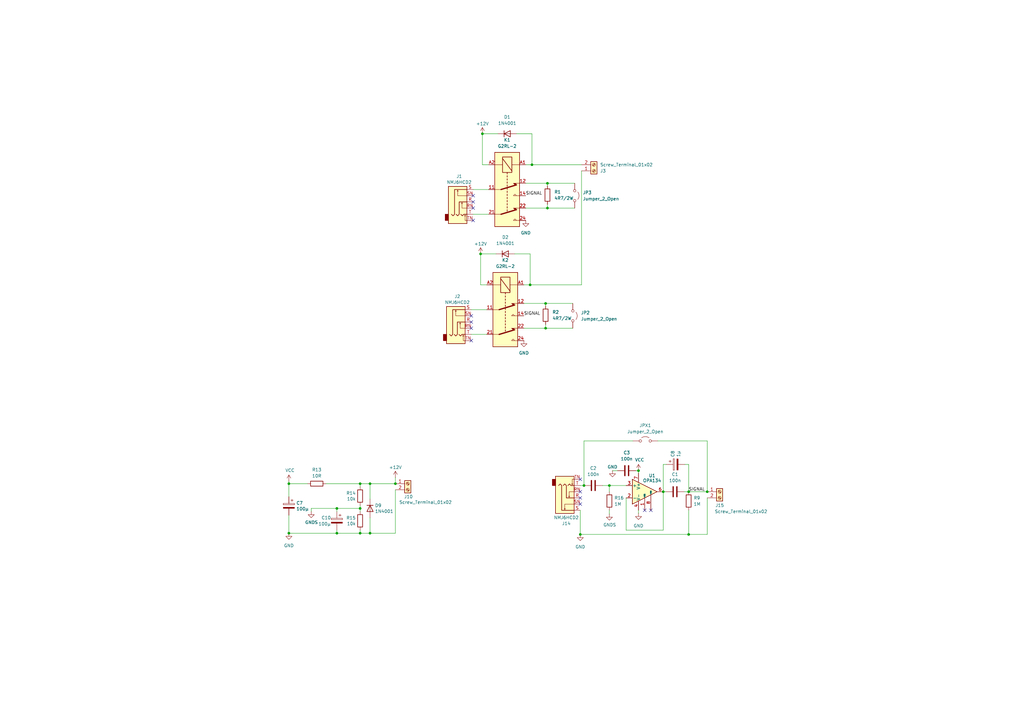
<source format=kicad_sch>
(kicad_sch (version 20250114) (generator "eeschema") (generator_version "9.0")
  (paper "A3")
  (title_block (title "Amp Switcher - 2-way Relay Array") (date "2025-03-12") (rev "1.0") (comment 3 "SPDX-FileCopyrightText: 2025 Arnaud Ferraris <aferraris@debian.org>") (comment 4 "SPDX-License-Identifier: CERN-OHL-S-2.0+"))
  (lib_symbols
    (symbol "Amplifier_Operational:OPA134" (pin_names (offset 0.127))
      (property "Reference" "U" (at 1.27 6.35 0))
      (property "Value" "OPA134" (at 1.27 3.81 0))
      (symbol "OPA134_0_1"
        (polyline (pts (xy -5.08 5.08) (xy 5.08 0) (xy -5.08 -5.08) (xy -5.08 5.08)) (stroke (width 0.254)) (fill (type background)))
      )
      (symbol "OPA134_1_1"
        (pin input line (at -7.62 2.54 0) (length 2.54) (name "+") (number "3"))
        (pin input line (at -7.62 -2.54 0) (length 2.54) (name "-") (number "2"))
        (pin power_in line (at -2.54 7.62 270) (length 3.81) (name "V+") (number "7"))
        (pin power_in line (at -2.54 -7.62 90) (length 3.81) (name "V-") (number "4"))
        (pin no_connect line (at 0 2.54 270) (length 2.54) (hide yes) (name "NC") (number "5"))
        (pin input line (at 0 -7.62 90) (length 5.08) (name "VOS") (number "1"))
        (pin input line (at 2.54 -7.62 90) (length 6.35) (name "VOS") (number "8"))
        (pin output line (at 7.62 0 180) (length 2.54) (name "~") (number "6"))
      )
    )
    (symbol "Connector:Screw_Terminal_01x02" (pin_names (offset 1.016) (hide yes))
      (property "Reference" "J" (at 0 2.54 0))
      (property "Value" "Screw_Terminal_01x02" (at 0 -5.08 0))
      (symbol "Screw_Terminal_01x02_1_1"
        (rectangle (start -1.27 1.27) (end 1.27 -3.81) (stroke (width 0.254)) (fill (type background)))
        (polyline (pts (xy -0.5334 0.3302) (xy 0.3302 -0.508)) (stroke (width 0.1524)))
        (polyline (pts (xy -0.5334 -2.2098) (xy 0.3302 -3.048)) (stroke (width 0.1524)))
        (polyline (pts (xy -0.3556 0.508) (xy 0.508 -0.3302)) (stroke (width 0.1524)))
        (polyline (pts (xy -0.3556 -2.032) (xy 0.508 -2.8702)) (stroke (width 0.1524)))
        (circle (center 0 0) (radius 0.635) (stroke (width 0.1524)))
        (circle (center 0 -2.54) (radius 0.635) (stroke (width 0.1524)))
        (pin passive line (at -5.08 0 0) (length 3.81) (name "Pin_1") (number "1"))
        (pin passive line (at -5.08 -2.54 0) (length 3.81) (name "Pin_2") (number "2"))
      )
    )
    (symbol "Connector_Audio:NMJ6HCD2"
      (property "Reference" "J" (at 0 11.43 0))
      (property "Value" "NMJ6HCD2" (at 0 8.89 0))
      (symbol "NMJ6HCD2_0_1"
        (rectangle (start -5.08 -5.08) (end -6.35 -7.62) (stroke (width 0.254)) (fill (type outline)))
        (polyline (pts (xy -1.905 -5.08) (xy -1.27 -5.715) (xy -0.635 -5.08) (xy -0.635 0) (xy 2.54 0)) (stroke (width 0.254)))
        (polyline (pts (xy -1.27 4.826) (xy -1.016 4.318)))
        (polyline (pts (xy 0 -5.08) (xy 0.635 -5.715) (xy 1.27 -5.08) (xy 2.54 -5.08)) (stroke (width 0.254)))
        (polyline (pts (xy 0.508 -0.254) (xy 0.762 -0.762)))
        (polyline (pts (xy 1.778 -5.334) (xy 2.032 -5.842)))
        (rectangle (start 2.54 6.35) (end -5.08 -8.89) (stroke (width 0.254)) (fill (type background)))
        (polyline (pts (xy 2.54 5.08) (xy -2.54 5.08) (xy -2.54 -5.08) (xy -3.175 -5.715) (xy -3.81 -5.08)) (stroke (width 0.254)))
        (polyline (pts (xy 2.54 2.54) (xy -1.27 2.54) (xy -1.27 4.826) (xy -1.524 4.318)))
        (polyline (pts (xy 2.54 -2.54) (xy 0.508 -2.54) (xy 0.508 -0.254) (xy 0.254 -0.762)))
        (polyline (pts (xy 2.54 -7.62) (xy 1.778 -7.62) (xy 1.778 -5.334) (xy 1.524 -5.842)))
      )
      (symbol "NMJ6HCD2_1_1"
        (pin passive line (at 5.08 5.08 180) (length 2.54) (name "~") (number "S"))
        (pin passive line (at 5.08 2.54 180) (length 2.54) (name "~") (number "SN"))
        (pin passive line (at 5.08 0 180) (length 2.54) (name "~") (number "R"))
        (pin passive line (at 5.08 -2.54 180) (length 2.54) (name "~") (number "RN"))
        (pin passive line (at 5.08 -5.08 180) (length 2.54) (name "~") (number "T"))
        (pin passive line (at 5.08 -7.62 180) (length 2.54) (name "~") (number "TN"))
      )
    )
    (symbol "Device:C" (pin_numbers (hide yes)) (pin_names (offset 0.254))
      (property "Reference" "C" (at 0.635 2.54 0))
      (property "Value" "C" (at 0.635 -2.54 0))
      (symbol "C_0_1"
        (polyline (pts (xy -2.032 0.762) (xy 2.032 0.762)) (stroke (width 0.508)))
        (polyline (pts (xy -2.032 -0.762) (xy 2.032 -0.762)) (stroke (width 0.508)))
      )
      (symbol "C_1_1"
        (pin passive line (at 0 3.81 270) (length 2.794) (name "~") (number "1"))
        (pin passive line (at 0 -3.81 90) (length 2.794) (name "~") (number "2"))
      )
    )
    (symbol "Device:CP" (pin_numbers (hide yes)) (pin_names (offset 0.254))
      (property "Reference" "C" (at 0.635 2.54 0))
      (property "Value" "Device_CP" (at 0.635 -2.54 0))
      (symbol "CP_0_1"
        (rectangle (start -2.286 0.508) (end -2.286 1.016))
        (rectangle (start -2.286 0.508) (end 2.286 0.508))
        (polyline (pts (xy -1.778 2.286) (xy -0.762 2.286)))
        (polyline (pts (xy -1.27 2.794) (xy -1.27 1.778)))
        (rectangle (start 2.286 1.016) (end -2.286 1.016))
        (rectangle (start 2.286 1.016) (end 2.286 0.508))
        (rectangle (start 2.286 -0.508) (end -2.286 -1.016) (fill (type outline)))
      )
      (symbol "CP_1_1"
        (pin passive line (at 0 3.81 270) (length 2.794) (name "~") (number "1"))
        (pin passive line (at 0 -3.81 90) (length 2.794) (name "~") (number "2"))
      )
    )
    (symbol "Device:D" (pin_numbers (hide yes)) (pin_names (offset 1.016) (hide yes))
      (property "Reference" "D" (at 0 2.54 0))
      (property "Value" "D" (at 0 -2.54 0))
      (symbol "D_0_1"
        (polyline (pts (xy -1.27 1.27) (xy -1.27 -1.27)) (stroke (width 0.254)))
        (polyline (pts (xy 1.27 1.27) (xy 1.27 -1.27) (xy -1.27 0) (xy 1.27 1.27)) (stroke (width 0.254)))
        (polyline (pts (xy 1.27 0) (xy -1.27 0)))
      )
      (symbol "D_1_1"
        (pin passive line (at -3.81 0 0) (length 2.54) (name "K") (number "1"))
        (pin passive line (at 3.81 0 180) (length 2.54) (name "A") (number "2"))
      )
    )
    (symbol "Device:R" (pin_numbers (hide yes)) (pin_names (offset 0))
      (property "Reference" "R" (at 2.032 0 90))
      (property "Value" "R" (at 0 0 90))
      (symbol "R_0_1"
        (rectangle (start -1.016 -2.54) (end 1.016 2.54) (stroke (width 0.254)))
      )
      (symbol "R_1_1"
        (pin passive line (at 0 3.81 270) (length 1.27) (name "~") (number "1"))
        (pin passive line (at 0 -3.81 90) (length 1.27) (name "~") (number "2"))
      )
    )
    (symbol "Jumper:Jumper_2_Open" (pin_numbers (hide yes)) (pin_names (offset 0) (hide yes)) (exclude_from_sim yes)
      (property "Reference" "JP" (at 0 2.794 0))
      (property "Value" "Jumper_2_Open" (at 0 -2.286 0))
      (symbol "Jumper_2_Open_0_0"
        (circle (center -2.032 0) (radius 0.508))
        (circle (center 2.032 0) (radius 0.508))
      )
      (symbol "Jumper_2_Open_0_1"
        (arc (start -1.524 1.27) (mid 0 1.778) (end 1.524 1.27))
      )
      (symbol "Jumper_2_Open_1_1"
        (pin passive line (at -5.08 0 0) (length 2.54) (name "A") (number "1"))
        (pin passive line (at 5.08 0 180) (length 2.54) (name "B") (number "2"))
      )
    )
    (symbol "Relay:G2RL-2"
      (property "Reference" "K" (at 16.51 3.81 0))
      (property "Value" "G2RL-2" (at 16.51 1.27 0))
      (symbol "G2RL-2_0_1"
        (rectangle (start -15.24 5.08) (end 15.24 -5.08) (stroke (width 0.254)) (fill (type background)))
        (rectangle (start -13.335 1.905) (end -6.985 -1.905) (stroke (width 0.254)))
        (polyline (pts (xy -12.7 -1.905) (xy -7.62 1.905)) (stroke (width 0.254)))
        (polyline (pts (xy -10.16 5.08) (xy -10.16 1.905)))
        (polyline (pts (xy -10.16 -5.08) (xy -10.16 -1.905)))
        (polyline (pts (xy -6.985 0) (xy -6.35 0)) (stroke (width 0.254)))
        (polyline (pts (xy -5.715 0) (xy -5.08 0)) (stroke (width 0.254)))
        (polyline (pts (xy -4.445 0) (xy -3.81 0)) (stroke (width 0.254)))
        (polyline (pts (xy -3.175 0) (xy -2.54 0)) (stroke (width 0.254)))
        (polyline (pts (xy -2.54 5.08) (xy -2.54 2.54) (xy -1.905 3.175) (xy -2.54 3.81)) (fill (type outline)))
        (polyline (pts (xy -1.905 0) (xy -1.27 0)) (stroke (width 0.254)))
        (polyline (pts (xy -0.635 0) (xy 0 0)) (stroke (width 0.254)))
        (polyline (pts (xy 0 -2.54) (xy -1.905 3.81)) (stroke (width 0.508)))
        (polyline (pts (xy 0 -2.54) (xy 0 -5.08)))
        (polyline (pts (xy 0.635 0) (xy 1.27 0)) (stroke (width 0.254)))
        (polyline (pts (xy 1.905 0) (xy 2.54 0)) (stroke (width 0.254)))
        (polyline (pts (xy 2.54 5.08) (xy 2.54 2.54) (xy 1.905 3.175) (xy 2.54 3.81)))
        (polyline (pts (xy 3.175 0) (xy 3.81 0)) (stroke (width 0.254)))
        (polyline (pts (xy 4.445 0) (xy 5.08 0)) (stroke (width 0.254)))
        (polyline (pts (xy 5.715 0) (xy 6.35 0)) (stroke (width 0.254)))
        (polyline (pts (xy 6.985 0) (xy 7.62 0)) (stroke (width 0.254)))
        (polyline (pts (xy 7.62 5.08) (xy 7.62 2.54) (xy 8.255 3.175) (xy 7.62 3.81)) (fill (type outline)))
        (polyline (pts (xy 8.255 0) (xy 8.89 0)) (stroke (width 0.254)))
        (polyline (pts (xy 10.16 -2.54) (xy 8.255 3.81)) (stroke (width 0.508)))
        (polyline (pts (xy 10.16 -2.54) (xy 10.16 -5.08)))
        (polyline (pts (xy 12.7 5.08) (xy 12.7 2.54) (xy 12.065 3.175) (xy 12.7 3.81)))
      )
      (symbol "G2RL-2_1_1"
        (pin passive line (at -10.16 7.62 270) (length 2.54) (name "~") (number "A1"))
        (pin passive line (at -10.16 -7.62 90) (length 2.54) (name "~") (number "A2"))
        (pin passive line (at -2.54 7.62 270) (length 2.54) (name "~") (number "12"))
        (pin passive line (at 0 -7.62 90) (length 2.54) (name "~") (number "11"))
        (pin passive line (at 2.54 7.62 270) (length 2.54) (name "~") (number "14"))
        (pin passive line (at 7.62 7.62 270) (length 2.54) (name "~") (number "22"))
        (pin passive line (at 10.16 -7.62 90) (length 2.54) (name "~") (number "21"))
        (pin passive line (at 12.7 7.62 270) (length 2.54) (name "~") (number "24"))
      )
    )
    (symbol "power:+12V" (power) (pin_numbers (hide yes)) (pin_names (offset 0) (hide yes))
      (property "Value" "+12V" (at 0 3.556 0))
      (symbol "+12V_0_1"
        (polyline (pts (xy -0.762 1.27) (xy 0 2.54)))
        (polyline (pts (xy 0 2.54) (xy 0.762 1.27)))
        (polyline (pts (xy 0 0) (xy 0 2.54)))
      )
      (symbol "+12V_1_1"
        (pin power_in line (at 0 0 90) (length 0) (name "~") (number "1"))
      )
    )
    (symbol "power:GND" (power) (pin_numbers (hide yes)) (pin_names (offset 0) (hide yes))
      (property "Value" "GND" (at 0 -3.81 0))
      (symbol "GND_0_1"
        (polyline (pts (xy 0 0) (xy 0 -1.27) (xy 1.27 -1.27) (xy 0 -2.54) (xy -1.27 -1.27) (xy 0 -1.27)))
      )
      (symbol "GND_1_1"
        (pin power_in line (at 0 0 270) (length 0) (name "~") (number "1"))
      )
    )
    (symbol "power:GNDS" (power) (pin_numbers (hide yes)) (pin_names (offset 0) (hide yes))
      (property "Value" "GNDS" (at 0 -3.81 0))
      (symbol "GNDS_0_1"
        (polyline (pts (xy 0 0) (xy 0 -1.27) (xy 1.27 -1.27) (xy 0 -2.54) (xy -1.27 -1.27) (xy 0 -1.27)))
      )
      (symbol "GNDS_1_1"
        (pin power_in line (at 0 0 270) (length 0) (name "~") (number "1"))
      )
    )
    (symbol "power:VCC" (power) (pin_numbers (hide yes)) (pin_names (offset 0) (hide yes))
      (property "Value" "VCC" (at 0 3.556 0))
      (symbol "VCC_0_1"
        (polyline (pts (xy -0.762 1.27) (xy 0 2.54)))
        (polyline (pts (xy 0 2.54) (xy 0.762 1.27)))
        (polyline (pts (xy 0 0) (xy 0 2.54)))
      )
      (symbol "VCC_1_1"
        (pin power_in line (at 0 0 90) (length 0) (name "~") (number "1"))
      )
    )
  )
  (junction (at 261.874 193.04))
  (junction (at 162.179 198.374))
  (junction (at 197.866 54.864))
  (junction (at 217.424 116.84))
  (junction (at 239.522 199.136))
  (junction (at 223.774 134.62))
  (junction (at 151.765 218.694))
  (junction (at 197.104 104.14))
  (junction (at 249.936 199.136))
  (junction (at 290.068 201.676))
  (junction (at 282.448 219.202))
  (junction (at 223.774 124.46))
  (junction (at 151.765 198.374))
  (junction (at 218.186 67.564))
  (junction (at 147.701 218.694))
  (junction (at 138.176 208.534))
  (junction (at 237.998 219.202))
  (junction (at 282.448 201.676))
  (junction (at 118.491 198.374))
  (junction (at 224.536 85.344))
  (junction (at 272.034 201.676))
  (junction (at 138.176 218.694))
  (junction (at 224.536 75.184))
  (junction (at 118.491 218.694))
  (junction (at 147.701 208.534))
  (junction (at 147.701 198.374))
  (no_connect (at 193.294 139.7))
  (no_connect (at 237.998 196.596))
  (no_connect (at 193.294 132.08))
  (no_connect (at 194.056 80.264))
  (no_connect (at 237.998 204.216))
  (no_connect (at 266.954 209.296))
  (no_connect (at 194.056 82.804))
  (no_connect (at 193.294 129.54))
  (no_connect (at 193.294 134.62))
  (no_connect (at 194.056 90.424))
  (no_connect (at 264.414 209.296))
  (no_connect (at 237.998 201.676))
  (no_connect (at 194.056 85.344))
  (no_connect (at 237.998 206.756))
  (wire (pts (xy 272.034 217.424) (xy 256.794 217.424)))
  (wire (pts (xy 151.765 218.694) (xy 162.179 218.694)))
  (wire (pts (xy 238.506 70.104) (xy 238.506 116.84)))
  (wire (pts (xy 237.998 219.202) (xy 282.448 219.202)))
  (wire (pts (xy 237.998 199.136) (xy 239.522 199.136)))
  (wire (pts (xy 272.034 201.676) (xy 272.034 217.424)))
  (wire (pts (xy 282.448 219.202) (xy 282.448 209.296)))
  (wire (pts (xy 193.294 137.16) (xy 199.644 137.16)))
  (wire (pts (xy 215.646 75.184) (xy 224.536 75.184)))
  (wire (pts (xy 151.765 198.374) (xy 162.179 198.374)))
  (wire (pts (xy 147.701 209.804) (xy 147.701 208.534)))
  (wire (pts (xy 197.866 54.864) (xy 204.216 54.864)))
  (wire (pts (xy 290.068 219.202) (xy 282.448 219.202)))
  (wire (pts (xy 251.206 193.04) (xy 253.238 193.04)))
  (wire (pts (xy 197.866 54.864) (xy 197.866 67.564)))
  (wire (pts (xy 290.068 180.848) (xy 269.748 180.848)))
  (wire (pts (xy 280.924 190.5) (xy 282.448 190.5)))
  (wire (pts (xy 223.774 133.096) (xy 223.774 134.62)))
  (wire (pts (xy 138.176 218.694) (xy 147.701 218.694)))
  (wire (pts (xy 282.448 190.5) (xy 282.448 201.676)))
  (wire (pts (xy 194.056 77.724) (xy 200.406 77.724)))
  (wire (pts (xy 249.936 199.136) (xy 249.936 201.676)))
  (wire (pts (xy 224.536 75.184) (xy 224.536 76.2)))
  (wire (pts (xy 197.104 104.14) (xy 203.454 104.14)))
  (wire (pts (xy 249.936 209.296) (xy 249.936 210.82)))
  (wire (pts (xy 118.491 218.694) (xy 138.176 218.694)))
  (wire (pts (xy 147.701 208.534) (xy 138.176 208.534)))
  (wire (pts (xy 215.646 85.344) (xy 224.536 85.344)))
  (wire (pts (xy 147.701 198.374) (xy 133.731 198.374)))
  (wire (pts (xy 151.765 204.724) (xy 151.765 198.374)))
  (wire (pts (xy 147.701 199.644) (xy 147.701 198.374)))
  (wire (pts (xy 214.884 124.46) (xy 223.774 124.46)))
  (wire (pts (xy 223.774 124.46) (xy 223.774 125.476)))
  (wire (pts (xy 138.176 217.424) (xy 138.176 218.694)))
  (wire (pts (xy 126.111 198.374) (xy 118.491 198.374)))
  (wire (pts (xy 127.635 208.534) (xy 138.176 208.534)))
  (wire (pts (xy 260.858 193.04) (xy 261.874 193.04)))
  (wire (pts (xy 280.67 201.676) (xy 282.448 201.676)))
  (wire (pts (xy 272.034 201.676) (xy 273.05 201.676)))
  (wire (pts (xy 214.884 134.62) (xy 223.774 134.62)))
  (wire (pts (xy 118.491 198.374) (xy 118.491 203.708)))
  (wire (pts (xy 162.179 200.914) (xy 162.179 218.694)))
  (wire (pts (xy 237.998 209.296) (xy 237.998 219.202)))
  (wire (pts (xy 272.034 201.676) (xy 272.034 190.5)))
  (wire (pts (xy 118.491 198.374) (xy 118.491 197.358)))
  (wire (pts (xy 290.068 201.676) (xy 290.068 180.848)))
  (wire (pts (xy 197.104 104.14) (xy 197.104 116.84)))
  (wire (pts (xy 261.874 193.04) (xy 261.874 194.056)))
  (wire (pts (xy 147.701 198.374) (xy 151.765 198.374)))
  (wire (pts (xy 218.186 67.564) (xy 215.646 67.564)))
  (wire (pts (xy 147.701 217.424) (xy 147.701 218.694)))
  (wire (pts (xy 223.774 134.62) (xy 234.95 134.62)))
  (wire (pts (xy 118.491 218.694) (xy 118.491 211.328)))
  (wire (pts (xy 162.179 195.834) (xy 162.179 198.374)))
  (wire (pts (xy 239.522 180.848) (xy 259.588 180.848)))
  (wire (pts (xy 256.794 217.424) (xy 256.794 204.216)))
  (wire (pts (xy 224.536 85.344) (xy 235.712 85.344)))
  (wire (pts (xy 194.056 87.884) (xy 200.406 87.884)))
  (wire (pts (xy 272.034 190.5) (xy 273.304 190.5)))
  (wire (pts (xy 217.424 116.84) (xy 238.506 116.84)))
  (wire (pts (xy 224.536 83.82) (xy 224.536 85.344)))
  (wire (pts (xy 247.142 199.136) (xy 249.936 199.136)))
  (wire (pts (xy 218.186 67.564) (xy 238.506 67.564)))
  (wire (pts (xy 197.104 116.84) (xy 199.644 116.84)))
  (wire (pts (xy 217.424 104.14) (xy 217.424 116.84)))
  (wire (pts (xy 197.866 67.564) (xy 200.406 67.564)))
  (wire (pts (xy 138.176 208.534) (xy 138.176 209.804)))
  (wire (pts (xy 282.448 201.676) (xy 290.068 201.676)))
  (wire (pts (xy 193.294 127) (xy 199.644 127)))
  (wire (pts (xy 211.074 104.14) (xy 217.424 104.14)))
  (wire (pts (xy 290.068 204.216) (xy 290.068 219.202)))
  (wire (pts (xy 224.536 75.184) (xy 235.712 75.184)))
  (wire (pts (xy 127.635 209.804) (xy 127.635 208.534)))
  (wire (pts (xy 218.186 54.864) (xy 218.186 67.564)))
  (wire (pts (xy 249.936 199.136) (xy 256.794 199.136)))
  (wire (pts (xy 223.774 124.46) (xy 234.95 124.46)))
  (wire (pts (xy 239.522 180.848) (xy 239.522 199.136)))
  (wire (pts (xy 261.874 209.296) (xy 261.874 210.566)))
  (wire (pts (xy 151.765 212.344) (xy 151.765 218.694)))
  (wire (pts (xy 217.424 116.84) (xy 214.884 116.84)))
  (wire (pts (xy 147.701 208.534) (xy 147.701 207.264)))
  (wire (pts (xy 211.836 54.864) (xy 218.186 54.864)))
  (wire (pts (xy 147.701 218.694) (xy 151.765 218.694)))
  (label "SIGNAL" (at 214.884 129.54 0))
  (label "SIGNAL" (at 282.448 201.676 0))
  (label "SIGNAL" (at 215.646 80.264 0))
  (symbol (lib_id "Device:CP") (at 138.176 213.614 0) (mirror y) (unit 1)
    (property "Reference" "C10" (at 131.826 212.344 0) (effects (justify right)))
    (property "Value" "100µ" (at 130.556 214.884 0) (effects (justify right)))
    (property "Footprint" "Capacitor_THT:CP_Radial_D5.0mm_P2.00mm" (effects (hide yes)))
    (property "MFR" "Nichicon" (effects (hide yes)))
    (property "MPN" "FW" (effects (hide yes)))
    (property "SPR" "Musikding" (effects (hide yes)))
    (property "SPN" "1547" (effects (hide yes)))
    (property "SPURL" "-" (effects (hide yes)))
  )
  (symbol (lib_id "Device:CP") (at 118.491 207.518 0) (mirror y) (unit 1)
    (property "Reference" "C7" (at 121.5136 206.3242 0) (effects (justify right)))
    (property "Value" "100µ" (at 121.5136 208.6864 0) (effects (justify right)))
    (property "Footprint" "Capacitor_THT:CP_Radial_D5.0mm_P2.00mm" (effects (hide yes)))
    (property "MFR" "-" (effects (hide yes)))
    (property "MPN" "-" (effects (hide yes)))
    (property "SPR" "Musikding" (effects (hide yes)))
    (property "SPN" "elko1000u16" (effects (hide yes)))
    (property "SPURL" "-" (effects (hide yes)))
  )
  (symbol (lib_id "power:VCC") (at 118.491 197.358 0) (unit 1)
    (property "Reference" "#PWR04" (effects (hide yes)))
    (property "Value" "VCC" (at 118.9228 192.913 0))
  )
  (symbol (lib_id "power:GNDS") (at 249.936 210.82 0) (unit 1)
    (property "Reference" "#PWR017" (effects (hide yes)))
    (property "Value" "GNDS" (at 250.063 215.265 0))
  )
  (symbol (lib_id "power:GND") (at 261.874 210.566 0) (unit 1)
    (property "Reference" "#PWR016" (effects (hide yes)))
    (property "Value" "GND" (at 261.874 215.646 0))
    (property "Description" "Power symbol creates a global label with name \"GND\" , ground" (effects (hide yes)))
  )
  (symbol (lib_id "Device:R") (at 224.536 80.01 180) (unit 1)
    (property "Reference" "R1" (at 227.33 78.7399 0) (effects (justify right)))
    (property "Value" "4R7/2W" (at 227.33 81.2799 0) (effects (justify right)))
    (property "Footprint" "Resistor_THT:R_Axial_DIN0414_L11.9mm_D4.5mm_P15.24mm_Horizontal" (effects (hide yes)))
    (property "Description" "Resistor" (effects (hide yes)))
  )
  (symbol (lib_id "Relay:G2RL-2") (at 207.264 127 270) (unit 1)
    (property "Reference" "K2" (at 207.264 106.68 90))
    (property "Value" "G2RL-2" (at 207.264 109.22 90))
    (property "Footprint" "Relay_THT:Relay_DPDT_Omron_G2RL-2" (effects (hide yes)))
    (property "Datasheet" "https://omronfs.omron.com/en_US/ecb/products/pdf/en-g2rl.pdf" (effects (hide yes)))
    (property "Description" "General Purpose Low Profile Relay DPDT Through Hole, Omron G2RL series, 8A 250VAC" (effects (hide yes)))
  )
  (symbol (lib_id "Jumper:Jumper_2_Open") (at 234.95 129.54 270) (unit 1)
    (property "Reference" "JP2" (at 238.252 128.2699 90) (effects (justify left)))
    (property "Value" "Jumper_2_Open" (at 238.252 130.8099 90) (effects (justify left)))
    (property "Footprint" "Jumper:SolderJumper-2_P1.3mm_Open_RoundedPad1.0x1.5mm" (effects (hide yes)))
    (property "Description" "Jumper, 2-pole, open" (effects (hide yes)))
  )
  (symbol (lib_id "Device:R") (at 223.774 129.286 180) (unit 1)
    (property "Reference" "R2" (at 226.568 128.0159 0) (effects (justify right)))
    (property "Value" "4R7/2W" (at 226.568 130.5559 0) (effects (justify right)))
    (property "Footprint" "Resistor_THT:R_Axial_DIN0414_L11.9mm_D4.5mm_P15.24mm_Horizontal" (effects (hide yes)))
    (property "Description" "Resistor" (effects (hide yes)))
  )
  (symbol (lib_id "power:GND") (at 237.998 219.202 0) (unit 1)
    (property "Reference" "#PWR02" (effects (hide yes)))
    (property "Value" "GND" (at 237.998 224.282 0))
    (property "Description" "Power symbol creates a global label with name \"GND\" , ground" (effects (hide yes)))
  )
  (symbol (lib_id "Relay:G2RL-2") (at 208.026 77.724 270) (unit 1)
    (property "Reference" "K1" (at 208.026 57.404 90))
    (property "Value" "G2RL-2" (at 208.026 59.944 90))
    (property "Footprint" "Relay_THT:Relay_DPDT_Omron_G2RL-2" (effects (hide yes)))
    (property "Datasheet" "https://omronfs.omron.com/en_US/ecb/products/pdf/en-g2rl.pdf" (effects (hide yes)))
    (property "Description" "General Purpose Low Profile Relay DPDT Through Hole, Omron G2RL series, 8A 250VAC" (effects (hide yes)))
  )
  (symbol (lib_id "power:+12V") (at 162.179 195.834 0) (unit 1)
    (property "Reference" "#PWR012" (effects (hide yes)))
    (property "Value" "+12V" (at 162.179 191.7009 0))
    (property "Description" "Power symbol creates a global label with name \"+12V\"" (effects (hide yes)))
  )
  (symbol (lib_id "Jumper:Jumper_2_Open") (at 235.712 80.264 270) (unit 1)
    (property "Reference" "JP3" (at 239.014 78.9939 90) (effects (justify left)))
    (property "Value" "Jumper_2_Open" (at 239.014 81.5339 90) (effects (justify left)))
    (property "Footprint" "Jumper:SolderJumper-2_P1.3mm_Open_RoundedPad1.0x1.5mm" (effects (hide yes)))
    (property "Description" "Jumper, 2-pole, open" (effects (hide yes)))
  )
  (symbol (lib_id "Device:R") (at 282.448 205.486 180) (unit 1)
    (property "Reference" "R9" (at 284.48 204.2159 0) (effects (justify right)))
    (property "Value" "1M" (at 284.48 206.7559 0) (effects (justify right)))
    (property "Footprint" "Resistor_THT:R_Axial_DIN0207_L6.3mm_D2.5mm_P7.62mm_Horizontal" (effects (hide yes)))
    (property "Description" "Resistor" (effects (hide yes)))
  )
  (symbol (lib_id "power:VCC") (at 261.874 193.04 0) (unit 1)
    (property "Reference" "#PWR05" (effects (hide yes)))
    (property "Value" "VCC" (at 262.3058 188.595 0))
  )
  (symbol (lib_id "Connector_Audio:NMJ6HCD2") (at 188.976 82.804 0) (unit 1)
    (property "Reference" "J1" (at 188.341 72.3095 0))
    (property "Value" "NMJ6HCD2" (at 188.341 74.7338 0))
    (property "Footprint" "Connector_Audio:Jack_6.35mm_Neutrik_NMJ6HCD2_Horizontal" (effects (hide yes)))
    (property "Datasheet" "https://www.neutrik.com/en/product/nmj6hcd2" (effects (hide yes)))
    (property "Description" "M Series, 6.35mm (1/4in) stereo jack, switched, with chrome ferrule and straight PCB pins" (effects (hide yes)))
  )
  (symbol (lib_id "power:GND") (at 215.646 90.424 0) (unit 1)
    (property "Reference" "#PWR019" (effects (hide yes)))
    (property "Value" "GND" (at 215.646 95.504 0))
    (property "Description" "Power symbol creates a global label with name \"GND\" , ground" (effects (hide yes)))
  )
  (symbol (lib_id "Device:R") (at 129.921 198.374 90) (unit 1)
    (property "Reference" "R13" (at 129.921 192.659 90))
    (property "Value" "10R" (at 129.921 195.199 90))
    (property "Footprint" "Resistor_THT:R_Axial_DIN0207_L6.3mm_D2.5mm_P7.62mm_Horizontal" (effects (hide yes)))
    (property "MFR" "-" (effects (hide yes)))
    (property "MPN" "-" (effects (hide yes)))
    (property "SPR" "Musikding" (effects (hide yes)))
    (property "SPN" "10Rmetall" (effects (hide yes)))
    (property "SPURL" "-" (effects (hide yes)))
  )
  (symbol (lib_id "Device:R") (at 147.701 203.454 0) (mirror y) (unit 1)
    (property "Reference" "R14" (at 145.923 202.2602 0) (effects (justify left)))
    (property "Value" "10k" (at 145.923 204.6224 0) (effects (justify left)))
    (property "Footprint" "Resistor_THT:R_Axial_DIN0207_L6.3mm_D2.5mm_P7.62mm_Horizontal" (effects (hide yes)))
    (property "MFR" "-" (effects (hide yes)))
    (property "MPN" "-" (effects (hide yes)))
    (property "SPR" "Musikding" (effects (hide yes)))
    (property "SPN" "10kmetall" (effects (hide yes)))
    (property "SPURL" "-" (effects (hide yes)))
  )
  (symbol (lib_id "Connector_Audio:NMJ6HCD2") (at 188.214 132.08 0) (unit 1)
    (property "Reference" "J2" (at 187.579 121.5855 0))
    (property "Value" "NMJ6HCD2" (at 187.579 124.0098 0))
    (property "Footprint" "Connector_Audio:Jack_6.35mm_Neutrik_NMJ6HCD2_Horizontal" (effects (hide yes)))
    (property "Datasheet" "https://www.neutrik.com/en/product/nmj6hcd2" (effects (hide yes)))
    (property "Description" "M Series, 6.35mm (1/4in) stereo jack, switched, with chrome ferrule and straight PCB pins" (effects (hide yes)))
  )
  (symbol (lib_id "power:GND") (at 251.206 193.04 0) (unit 1)
    (property "Reference" "#PWR03" (effects (hide yes)))
    (property "Value" "GND" (at 251.206 191.516 0))
    (property "Description" "Power symbol creates a global label with name \"GND\" , ground" (effects (hide yes)))
  )
  (symbol (lib_id "Device:C") (at 257.048 193.04 270) (unit 1)
    (property "Reference" "C3" (at 257.048 185.674 90))
    (property "Value" "100n" (at 257.048 188.214 90))
    (property "Footprint" "Capacitor_THT:C_Rect_L7.2mm_W3.5mm_P5.00mm_FKS2_FKP2_MKS2_MKP2" (effects (hide yes)))
    (property "Description" "Unpolarized capacitor" (effects (hide yes)))
  )
  (symbol (lib_id "Connector_Audio:NMJ6HCD2") (at 232.918 204.216 0) (mirror x) (unit 1)
    (property "Reference" "J14" (at 232.283 214.7105 0))
    (property "Value" "NMJ6HCD2" (at 232.283 212.2862 0))
    (property "Footprint" "Connector_Audio:Jack_6.35mm_Neutrik_NMJ6HCD2_Horizontal" (effects (hide yes)))
    (property "Datasheet" "https://www.neutrik.com/en/product/nmj6hcd2" (effects (hide yes)))
    (property "Description" "M Series, 6.35mm (1/4in) stereo jack, switched, with chrome ferrule and straight PCB pins" (effects (hide yes)))
  )
  (symbol (lib_id "Device:C") (at 276.86 201.676 270) (unit 1)
    (property "Reference" "C1" (at 276.86 194.564 90))
    (property "Value" "100n" (at 276.86 197.104 90))
    (property "Footprint" "Capacitor_THT:C_Rect_L7.2mm_W3.5mm_P5.00mm_FKS2_FKP2_MKS2_MKP2" (effects (hide yes)))
    (property "Description" "Unpolarized capacitor" (effects (hide yes)))
  )
  (symbol (lib_id "Device:CP") (at 277.114 190.5 90) (mirror x) (unit 1)
    (property "Reference" "C8" (at 275.9202 187.4774 0) (effects (justify right)))
    (property "Value" "1µ" (at 278.2824 187.4774 0) (effects (justify right)))
    (property "Footprint" "Capacitor_THT:CP_Radial_D5.0mm_P2.00mm" (effects (hide yes)))
    (property "MFR" "-" (effects (hide yes)))
    (property "MPN" "-" (effects (hide yes)))
    (property "SPR" "Musikding" (effects (hide yes)))
    (property "SPN" "elko1000u16" (effects (hide yes)))
    (property "SPURL" "-" (effects (hide yes)))
  )
  (symbol (lib_id "Device:R") (at 147.701 213.614 0) (mirror y) (unit 1)
    (property "Reference" "R15" (at 145.923 212.4202 0) (effects (justify left)))
    (property "Value" "10k" (at 145.923 214.7824 0) (effects (justify left)))
    (property "Footprint" "Resistor_THT:R_Axial_DIN0207_L6.3mm_D2.5mm_P7.62mm_Horizontal" (effects (hide yes)))
    (property "MFR" "-" (effects (hide yes)))
    (property "MPN" "-" (effects (hide yes)))
    (property "SPR" "Musikding" (effects (hide yes)))
    (property "SPN" "10kmetall" (effects (hide yes)))
    (property "SPURL" "-" (effects (hide yes)))
  )
  (symbol (lib_id "power:+12V") (at 197.104 104.14 0) (unit 1)
    (property "Reference" "#PWR07" (effects (hide yes)))
    (property "Value" "+12V" (at 197.104 100.0069 0))
    (property "Description" "Power symbol creates a global label with name \"+12V\"" (effects (hide yes)))
  )
  (symbol (lib_id "Device:R") (at 249.936 205.486 180) (unit 1)
    (property "Reference" "R16" (at 251.968 204.2159 0) (effects (justify right)))
    (property "Value" "1M" (at 251.968 206.7559 0) (effects (justify right)))
    (property "Footprint" "Resistor_THT:R_Axial_DIN0207_L6.3mm_D2.5mm_P7.62mm_Horizontal" (effects (hide yes)))
    (property "Description" "Resistor" (effects (hide yes)))
  )
  (symbol (lib_id "Device:D") (at 151.765 208.534 270) (unit 1)
    (property "Reference" "D9" (at 153.7716 207.3402 90) (effects (justify left)))
    (property "Value" "1N4001" (at 153.7716 209.7024 90) (effects (justify left)))
    (property "Footprint" "Diode_THT:D_DO-41_SOD81_P7.62mm_Horizontal" (effects (hide yes)))
    (property "MFR" "-" (effects (hide yes)))
    (property "MPN" "-" (effects (hide yes)))
    (property "SPR" "Musikding" (effects (hide yes)))
    (property "SPN" "1n4007" (effects (hide yes)))
    (property "SPURL" "-" (effects (hide yes)))
  )
  (symbol (lib_id "Connector:Screw_Terminal_01x02") (at 167.259 198.374 0) (unit 1)
    (property "Reference" "J10" (at 165.735 203.708 0) (effects (justify left)))
    (property "Value" "Screw_Terminal_01x02" (at 163.703 205.994 0) (effects (justify left)))
    (property "Footprint" "TerminalBlock:TerminalBlock_bornier-2_P5.08mm" (effects (hide yes)))
    (property "Description" "Generic screw terminal, single row, 01x02, script generated (kicad-library-utils/schlib/autogen/connector/)" (effects (hide yes)))
  )
  (symbol (lib_id "power:GND") (at 118.491 218.694 0) (unit 1)
    (property "Reference" "#PWR01" (effects (hide yes)))
    (property "Value" "GND" (at 118.491 223.774 0))
    (property "Description" "Power symbol creates a global label with name \"GND\" , ground" (effects (hide yes)))
  )
  (symbol (lib_id "Connector:Screw_Terminal_01x02") (at 243.586 70.104 0) (mirror x) (unit 1)
    (property "Reference" "J3" (at 246.126 70.1041 0) (effects (justify left)))
    (property "Value" "Screw_Terminal_01x02" (at 246.126 67.5641 0) (effects (justify left)))
    (property "Footprint" "TerminalBlock:TerminalBlock_bornier-2_P5.08mm" (effects (hide yes)))
    (property "Description" "Generic screw terminal, single row, 01x02, script generated (kicad-library-utils/schlib/autogen/connector/)" (effects (hide yes)))
  )
  (symbol (lib_id "Device:C") (at 243.332 199.136 270) (unit 1)
    (property "Reference" "C2" (at 243.332 192.024 90))
    (property "Value" "100n" (at 243.332 194.564 90))
    (property "Footprint" "Capacitor_THT:C_Rect_L7.2mm_W3.5mm_P5.00mm_FKS2_FKP2_MKS2_MKP2" (effects (hide yes)))
    (property "Description" "Unpolarized capacitor" (effects (hide yes)))
  )
  (symbol (lib_id "Connector:Screw_Terminal_01x02") (at 295.148 201.676 0) (unit 1)
    (property "Reference" "J15" (at 293.37 207.264 0) (effects (justify left)))
    (property "Value" "Screw_Terminal_01x02" (at 293.116 209.804 0) (effects (justify left)))
    (property "Footprint" "TerminalBlock:TerminalBlock_bornier-2_P5.08mm" (effects (hide yes)))
    (property "Description" "Generic screw terminal, single row, 01x02, script generated (kicad-library-utils/schlib/autogen/connector/)" (effects (hide yes)))
  )
  (symbol (lib_id "power:GNDS") (at 127.635 209.804 0) (unit 1)
    (property "Reference" "#PWR015" (effects (hide yes)))
    (property "Value" "GNDS" (at 127.762 214.249 0))
  )
  (symbol (lib_id "Device:D") (at 207.264 104.14 0) (unit 1)
    (property "Reference" "D2" (at 207.264 97.282 0))
    (property "Value" "1N4001" (at 207.264 99.822 0))
    (property "Footprint" "Diode_THT:D_DO-41_SOD81_P7.62mm_Horizontal" (effects (hide yes)))
    (property "Description" "Diode" (effects (hide yes)))
    (property "Sim.Device" "D" (effects (hide yes)))
    (property "Sim.Pins" "1=K 2=A" (effects (hide yes)))
  )
  (symbol (lib_id "Amplifier_Operational:OPA134") (at 264.414 201.676 0) (unit 1)
    (property "Reference" "U1" (at 267.462 195.072 0))
    (property "Value" "OPA134" (at 267.462 197.104 0))
    (property "Footprint" "Package_DIP:DIP-8_W7.62mm_Socket_LongPads" (effects (hide yes)))
    (property "Datasheet" "http://www.ti.com/lit/ds/symlink/opa134.pdf" (effects (hide yes)))
    (property "Description" "Single SoundPlus High Performance Audio Operational Amplifiers, DIP-8/SOIC-8" (effects (hide yes)))
  )
  (symbol (lib_id "power:GND") (at 214.884 139.7 0) (unit 1)
    (property "Reference" "#PWR018" (effects (hide yes)))
    (property "Value" "GND" (at 214.884 144.78 0))
    (property "Description" "Power symbol creates a global label with name \"GND\" , ground" (effects (hide yes)))
  )
  (symbol (lib_id "Jumper:Jumper_2_Open") (at 264.668 180.848 0) (mirror y) (unit 1)
    (property "Reference" "JPX1" (at 264.668 174.498 0))
    (property "Value" "Jumper_2_Open" (at 264.668 177.038 0))
    (property "Footprint" "Jumper:SolderJumper-2_P1.3mm_Open_Pad1.0x1.5mm" (effects (hide yes)))
    (property "Description" "Jumper, 2-pole, open" (effects (hide yes)))
  )
  (symbol (lib_id "Device:D") (at 208.026 54.864 0) (unit 1)
    (property "Reference" "D1" (at 208.026 48.006 0))
    (property "Value" "1N4001" (at 208.026 50.546 0))
    (property "Footprint" "Diode_THT:D_DO-41_SOD81_P7.62mm_Horizontal" (effects (hide yes)))
    (property "Description" "Diode" (effects (hide yes)))
    (property "Sim.Device" "D" (effects (hide yes)))
    (property "Sim.Pins" "1=K 2=A" (effects (hide yes)))
  )
  (symbol (lib_id "power:+12V") (at 197.866 54.864 0) (unit 1)
    (property "Reference" "#PWR06" (effects (hide yes)))
    (property "Value" "+12V" (at 197.866 50.7309 0))
    (property "Description" "Power symbol creates a global label with name \"+12V\"" (effects (hide yes)))
  )
)
</source>
